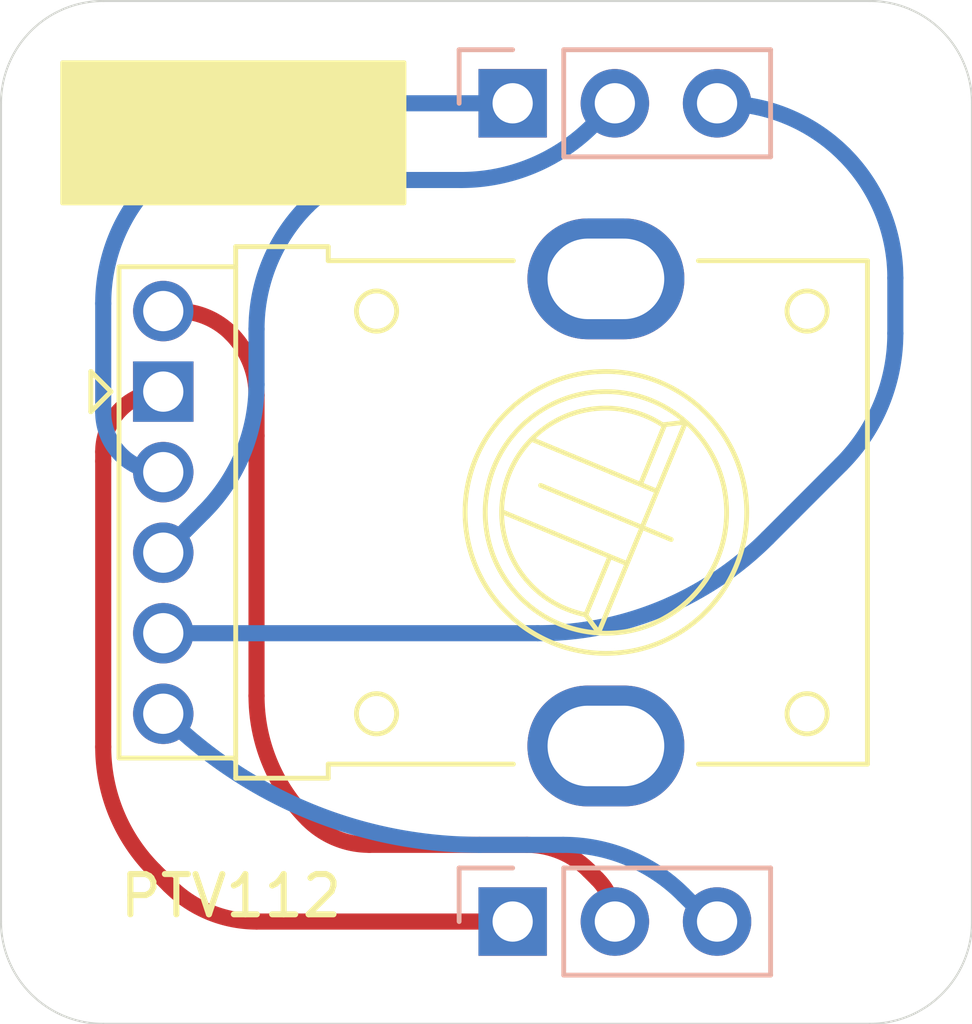
<source format=kicad_pcb>
(kicad_pcb (version 20240108) (generator "pcbnew") (generator_version "8.0")
  (layers (0 "F.Cu" signal) (31 "B.Cu" signal) (34 "B.Paste" user) (35 "F.Paste" user) (36 "B.SilkS" user "B.Silkscreen") (37 "F.SilkS" user "F.Silkscreen") (38 "B.Mask" user) (39 "F.Mask" user) (44 "Edge.Cuts" user))
  (net 0 "")
  (net 1 "3B")
  (net 2 "1B")
  (net 3 "2B")
  (net 4 "2A")
  (net 5 "3A")
  (net 6 "1A")
  (footprint "Potentiometer_THT:Potentiometer_Bourns_PTV112-4_Dual_Vertical" (layer "F.Cu") (at 181.8325 98.6)
    (property "Reference" "RV1" (hide yes))
    (property "Value" "PTV112" (at 1.6825 12.525 180) (layer "F.SilkS"))
    (fp_line (start -1.8 -0.5) (end -1.8 0.5) (stroke (width 0.12)) (layer "F.SilkS"))
    (fp_line (start -1.8 0.5) (end -1.3 0) (stroke (width 0.12)) (layer "F.SilkS"))
    (fp_line (start -1.3 0) (end -1.8 -0.5) (stroke (width 0.12)) (layer "F.SilkS"))
    (fp_line (start -1.1 -3.09) (end -1.1 9.1) (stroke (width 0.12)) (layer "F.SilkS"))
    (fp_line (start 1.8 -3.6) (end 1.8 9.6) (stroke (width 0.12)) (layer "F.SilkS"))
    (fp_line (start 1.8 -3.6) (end 4.1 -3.6) (stroke (width 0.12)) (layer "F.SilkS"))
    (fp_line (start 1.8 -3.1) (end -1.1 -3.1) (stroke (width 0.12)) (layer "F.SilkS"))
    (fp_line (start 1.8 9.1) (end -1.1 9.1) (stroke (width 0.12)) (layer "F.SilkS"))
    (fp_line (start 1.8 9.6) (end 4.1 9.6) (stroke (width 0.12)) (layer "F.SilkS"))
    (fp_line (start 4.1 -3.25) (end 4.1 -3.6) (stroke (width 0.12)) (layer "F.SilkS"))
    (fp_line (start 4.1 9.6) (end 4.1 9.25) (stroke (width 0.12)) (layer "F.SilkS"))
    (fp_line (start 8.460001 3) (end 11.52 4.27) (stroke (width 0.12)) (layer "F.SilkS"))
    (fp_line (start 8.7 -3.25) (end 4.1 -3.25) (stroke (width 0.12)) (layer "F.SilkS"))
    (fp_line (start 8.7 9.25) (end 4.1 9.25) (stroke (width 0.12)) (layer "F.SilkS"))
    (fp_line (start 9.203949 1.203949) (end 12.26 2.47) (stroke (width 0.12)) (layer "F.SilkS"))
    (fp_line (start 10.492 5.539999) (end 10.82 5.98) (stroke (width 0.12)) (layer "F.SilkS"))
    (fp_line (start 10.82 5.98) (end 12.98 0.76) (stroke (width 0.12)) (layer "F.SilkS"))
    (fp_line (start 11.0873 4.1288) (end 10.5063 5.5288) (stroke (width 0.12)) (layer "F.SilkS"))
    (fp_line (start 11.8636 2.2888) (end 12.458925 0.829434) (stroke (width 0.12)) (layer "F.SilkS"))
    (fp_line (start 12.407184 0.825261) (end 12.98 0.76) (stroke (width 0.12)) (layer "F.SilkS"))
    (fp_line (start 12.62234 3.671995) (end 9.377661 2.328005) (stroke (width 0.12)) (layer "F.SilkS"))
    (fp_line (start 17.5 -3.25) (end 13.3 -3.25) (stroke (width 0.12)) (layer "F.SilkS"))
    (fp_line (start 17.5 -3.25) (end 17.5 9.25) (stroke (width 0.12)) (layer "F.SilkS"))
    (fp_line (start 17.5 9.25) (end 13.3 9.25) (stroke (width 0.12)) (layer "F.SilkS"))
    (fp_arc (start 10.492 5.539999) (mid 8.600141 2.025148) (end 12.407184 0.825261) (stroke (width 0.12)) (layer "F.SilkS"))
    (fp_circle (center 5.3 -2) (end 5.3 -1.5) (stroke (width 0.12)) (fill none) (layer "F.SilkS"))
    (fp_circle (center 5.3 8) (end 5.3 8.5) (stroke (width 0.12)) (fill none) (layer "F.SilkS"))
    (fp_circle (center 11 3) (end 11 6) (stroke (width 0.12)) (fill none) (layer "F.SilkS"))
    (fp_circle (center 11 3) (end 11 6.5) (stroke (width 0.12)) (fill none) (layer "F.SilkS"))
    (fp_circle (center 16 -2) (end 16 -1.5) (stroke (width 0.12)) (fill none) (layer "F.SilkS"))
    (fp_circle (center 16 8) (end 16 8.5) (stroke (width 0.12)) (fill none) (layer "F.SilkS"))
    (pad "1" thru_hole rect (at 0 0 270) (size 1.5 1.5) (drill 1) (layers "*.Cu" "*.Mask") (net 6 "1A"))
    (pad "2" thru_hole circle (at 0 -2 270) (size 1.5 1.5) (drill 1) (layers "*.Cu" "*.Mask") (net 4 "2A"))
    (pad "3" thru_hole circle (at 0 8 270) (size 1.5 1.5) (drill 1) (layers "*.Cu" "*.Mask") (net 5 "3A"))
    (pad "4" thru_hole circle (at 0 2 270) (size 1.5 1.5) (drill 1) (layers "*.Cu" "*.Mask") (net 2 "1B"))
    (pad "5" thru_hole circle (at 0 4 270) (size 1.5 1.5) (drill 1) (layers "*.Cu" "*.Mask") (net 3 "2B"))
    (pad "6" thru_hole circle (at 0 6 270) (size 1.5 1.5) (drill 1) (layers "*.Cu" "*.Mask") (net 1 "3B"))
    (pad "SH" thru_hole oval (at 11 -2.8 270) (size 3 3.9) (drill oval 2 2.9) (layers "*.Cu" "*.Mask"))
    (pad "SH" thru_hole oval (at 11 8.8 270) (size 3 3.9) (drill oval 2 2.9) (layers "*.Cu" "*.Mask"))
  )
  (footprint "Connector_PinHeader_2.54mm:PinHeader_1x03_P2.54mm_Vertical" (layer "B.Cu") (at 190.515 91.44 -90)
    (property "Reference" "J1" (hide yes))
    (property "Value" "Conn_01x03" (hide yes))
    (fp_line (start -1.33 1.33) (end -1.33 0) (stroke (width 0.12)) (layer "B.SilkS"))
    (fp_line (start 0 1.33) (end -1.33 1.33) (stroke (width 0.12)) (layer "B.SilkS"))
    (fp_line (start 1.33 -1.27) (end -1.33 -1.27) (stroke (width 0.12)) (layer "B.SilkS"))
    (fp_line (start -1.33 -6.41) (end -1.33 -1.27) (stroke (width 0.12)) (layer "B.SilkS"))
    (fp_line (start 1.33 -6.41) (end 1.33 -1.27) (stroke (width 0.12)) (layer "B.SilkS"))
    (fp_line (start 1.33 -6.41) (end -1.33 -6.41) (stroke (width 0.12)) (layer "B.SilkS"))
    (pad "1" thru_hole rect (at 0 0 270) (size 1.7 1.7) (drill 1) (layers "*.Cu" "*.Mask") (net 2 "1B"))
    (pad "2" thru_hole oval (at 0 -2.54 270) (size 1.7 1.7) (drill 1) (layers "*.Cu" "*.Mask") (net 3 "2B"))
    (pad "3" thru_hole oval (at 0 -5.08 270) (size 1.7 1.7) (drill 1) (layers "*.Cu" "*.Mask") (net 1 "3B"))
  )
  (footprint "Connector_PinHeader_2.54mm:PinHeader_1x03_P2.54mm_Vertical" (layer "B.Cu") (at 190.515 111.76 -90)
    (property "Reference" "J2" (hide yes))
    (property "Value" "Conn_01x03" (hide yes))
    (fp_line (start -1.33 1.33) (end -1.33 0) (stroke (width 0.12)) (layer "B.SilkS"))
    (fp_line (start 0 1.33) (end -1.33 1.33) (stroke (width 0.12)) (layer "B.SilkS"))
    (fp_line (start 1.33 -1.27) (end -1.33 -1.27) (stroke (width 0.12)) (layer "B.SilkS"))
    (fp_line (start -1.33 -6.41) (end -1.33 -1.27) (stroke (width 0.12)) (layer "B.SilkS"))
    (fp_line (start 1.33 -6.41) (end 1.33 -1.27) (stroke (width 0.12)) (layer "B.SilkS"))
    (fp_line (start 1.33 -6.41) (end -1.33 -6.41) (stroke (width 0.12)) (layer "B.SilkS"))
    (pad "1" thru_hole rect (at 0 0 270) (size 1.7 1.7) (drill 1) (layers "*.Cu" "*.Mask") (net 6 "1A"))
    (pad "2" thru_hole oval (at 0 -2.54 270) (size 1.7 1.7) (drill 1) (layers "*.Cu" "*.Mask") (net 4 "2A"))
    (pad "3" thru_hole oval (at 0 -5.08 270) (size 1.7 1.7) (drill 1) (layers "*.Cu" "*.Mask") (net 5 "3A"))
  )
  (gr_rect (start 179.324 90.424) (end 187.824 93.924) (stroke (width 0.1)) (fill solid) (layer "F.SilkS"))
  (gr_arc (start 177.8 91.44) (mid 178.543949 89.643949) (end 180.34 88.9) (stroke (width 0.05)) (layer "Edge.Cuts"))
  (gr_line (start 201.93 111.76) (end 201.93 91.44) (stroke (width 0.05)) (layer "Edge.Cuts"))
  (gr_arc (start 180.34 114.3) (mid 178.543949 113.556051) (end 177.8 111.76) (stroke (width 0.05)) (layer "Edge.Cuts"))
  (gr_line (start 199.39 114.3) (end 180.34 114.3) (stroke (width 0.05)) (layer "Edge.Cuts"))
  (gr_line (start 199.39 88.9) (end 180.34 88.9) (stroke (width 0.05)) (layer "Edge.Cuts"))
  (gr_line (start 177.8 91.44) (end 177.8 111.76) (stroke (width 0.05)) (layer "Edge.Cuts"))
  (gr_arc (start 201.93 111.76) (mid 201.186051 113.556051) (end 199.39 114.3) (stroke (width 0.05)) (layer "Edge.Cuts"))
  (gr_arc (start 199.39 88.9) (mid 201.186051 89.643949) (end 201.93 91.44) (stroke (width 0.05)) (layer "Edge.Cuts"))
  (segment (start 197.485 101.6) (end 196.85 102.235) (width 0.4) (layer "B.Cu") (net 1))
  (segment (start 195.595 91.44) (end 195.688949 91.44) (width 0.4) (layer "B.Cu") (net 1))
  (segment (start 191.140385 104.6) (end 181.8325 104.6) (width 0.4) (layer "B.Cu") (net 1))
  (segment (start 198.677962 100.407039) (end 197.485 101.6) (width 0.4) (layer "B.Cu") (net 1))
  (segment (start 200.025 95.776051) (end 200.025 97.155) (width 0.4) (layer "B.Cu") (net 1))
  (arc (start 200.025 97.155) (mid 199.674916 98.914991) (end 198.677962 100.407039) (width 0.4) (layer "B.Cu") (net 1))
  (arc (start 198.755 92.71) (mid 199.694938 94.116716) (end 200.025 95.776051) (width 0.4) (layer "B.Cu") (net 1))
  (arc (start 195.688949 91.44) (mid 197.348283 91.770063) (end 198.755 92.71) (width 0.4) (layer "B.Cu") (net 1))
  (arc (start 196.85 102.235) (mid 194.230406 103.985357) (end 191.140385 104.6) (width 0.4) (layer "B.Cu") (net 1))
  (segment (start 180.34 99.1075) (end 180.34 96.411051) (width 0.4) (layer "B.Cu") (net 2))
  (segment (start 186.209076 91.44) (end 190.515 91.44) (width 0.4) (layer "B.Cu") (net 2))
  (arc (start 181.8325 100.6) (mid 180.777143 100.162857) (end 180.34 99.1075) (width 0.4) (layer "B.Cu") (net 2))
  (arc (start 180.34 96.411051) (mid 180.670062 94.751717) (end 181.61 93.345) (width 0.4) (layer "B.Cu") (net 2))
  (arc (start 181.61 93.345) (mid 183.720074 91.935094) (end 186.209076 91.44) (width 0.4) (layer "B.Cu") (net 2))
  (segment (start 184.15 98.425) (end 184.15 97.046051) (width 0.4) (layer "B.Cu") (net 3))
  (segment (start 181.8325 102.6) (end 182.836548 101.595952) (width 0.4) (layer "B.Cu") (net 3))
  (segment (start 192.507645 91.987355) (end 193.055 91.44) (width 0.4) (layer "B.Cu") (net 3))
  (segment (start 186.953025 93.345) (end 189.23 93.345) (width 0.4) (layer "B.Cu") (net 3))
  (arc (start 184.15 97.046051) (mid 184.480062 95.386717) (end 185.42 93.98) (width 0.4) (layer "B.Cu") (net 3))
  (arc (start 182.836548 101.595952) (mid 183.808645 100.141107) (end 184.15 98.425) (width 0.4) (layer "B.Cu") (net 3))
  (arc (start 189.23 93.345) (mid 191.003849 92.99216) (end 192.507645 91.987355) (width 0.4) (layer "B.Cu") (net 3))
  (arc (start 185.42 93.98) (mid 186.123357 93.510031) (end 186.953025 93.345) (width 0.4) (layer "B.Cu") (net 3))
  (segment (start 182.175112 96.6) (end 181.8325 96.6) (width 0.4) (layer "F.Cu") (net 4))
  (segment (start 192.616594 110.701594) (end 192.405 110.49) (width 0.4) (layer "F.Cu") (net 4))
  (segment (start 184.15 106.153949) (end 184.15 99.695) (width 0.4) (layer "F.Cu") (net 4))
  (segment (start 184.15 99.695) (end 184.15 98.688025) (width 0.4) (layer "F.Cu") (net 4))
  (segment (start 190.871975 109.855) (end 186.953025 109.855) (width 0.4) (layer "F.Cu") (net 4))
  (arc (start 184.15 98.688025) (mid 183.984969 97.858358) (end 183.515 97.155) (width 0.4) (layer "F.Cu") (net 4))
  (arc (start 183.515 97.155) (mid 182.900254 96.74424) (end 182.175112 96.6) (width 0.4) (layer "F.Cu") (net 4))
  (arc (start 192.405 110.49) (mid 191.701642 110.020031) (end 190.871975 109.855) (width 0.4) (layer "F.Cu") (net 4))
  (arc (start 185.42 109.22) (mid 184.480062 107.813284) (end 184.15 106.153949) (width 0.4) (layer "F.Cu") (net 4))
  (arc (start 186.953025 109.855) (mid 186.123358 109.689969) (end 185.42 109.22) (width 0.4) (layer "F.Cu") (net 4))
  (arc (start 193.055 111.76) (mid 192.941062 111.187195) (end 192.616594 110.701594) (width 0.4) (layer "F.Cu") (net 4))
  (segment (start 195.420917 111.75756) (end 194.754632 111.091275) (width 0.4) (layer "B.Cu") (net 5))
  (segment (start 191.77 109.855) (end 189.690765 109.855) (width 0.4) (layer "B.Cu") (net 5))
  (segment (start 195.595 111.76) (end 195.420917 111.75756) (width 0.4) (layer "B.Cu") (net 5))
  (arc (start 189.690765 109.855) (mid 185.437903 109.009053) (end 181.8325 106.6) (width 0.4) (layer "B.Cu") (net 5))
  (arc (start 194.754632 111.091275) (mid 193.385271 110.176297) (end 191.77 109.855) (width 0.4) (layer "B.Cu") (net 5))
  (segment (start 180.34 107.423949) (end 180.34 100.33) (width 0.4) (layer "F.Cu") (net 6))
  (segment (start 181.981975 110.861974) (end 181.61 110.49) (width 0.4) (layer "F.Cu") (net 6))
  (segment (start 190.515 111.76) (end 184.15 111.76) (width 0.4) (layer "F.Cu") (net 6))
  (segment (start 180.34 100.33) (end 180.34 100.0925) (width 0.4) (layer "F.Cu") (net 6))
  (arc (start 184.15 111.76) (mid 182.976673 111.526611) (end 181.981975 110.861974) (width 0.4) (layer "F.Cu") (net 6))
  (arc (start 180.34 100.0925) (mid 180.777143 99.037143) (end 181.8325 98.6) (width 0.4) (layer "F.Cu") (net 6))
  (arc (start 181.61 110.49) (mid 180.670062 109.083284) (end 180.34 107.423949) (width 0.4) (layer "F.Cu") (net 6))
)
</source>
